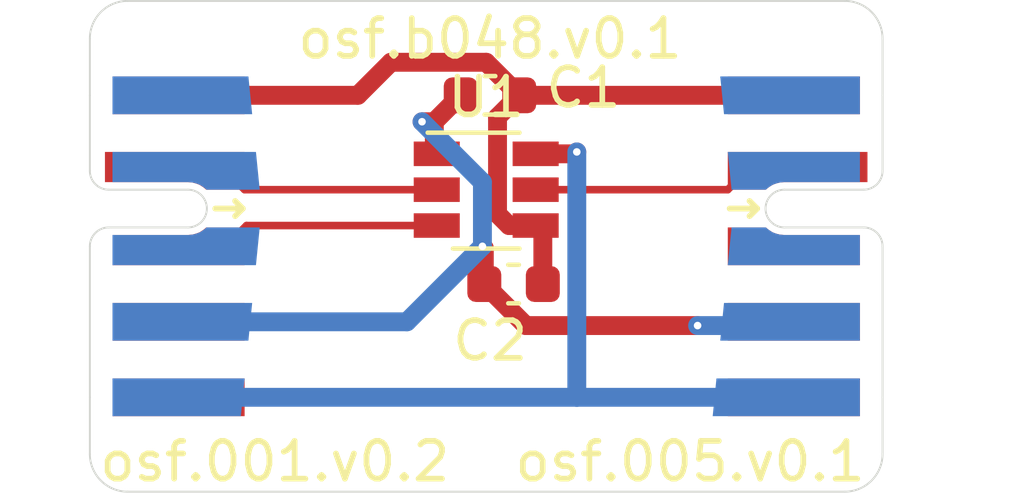
<source format=kicad_pcb>
(kicad_pcb (version 20171130) (host pcbnew "(5.1.9)-1")

  (general
    (thickness 1.6)
    (drawings 13)
    (tracks 40)
    (zones 0)
    (modules 5)
    (nets 7)
  )

  (page A4)
  (layers
    (0 F.Cu signal)
    (31 B.Cu signal)
    (32 B.Adhes user)
    (33 F.Adhes user)
    (34 B.Paste user)
    (35 F.Paste user)
    (36 B.SilkS user)
    (37 F.SilkS user)
    (38 B.Mask user)
    (39 F.Mask user)
    (40 Dwgs.User user)
    (41 Cmts.User user)
    (42 Eco1.User user)
    (43 Eco2.User user)
    (44 Edge.Cuts user)
    (45 Margin user)
    (46 B.CrtYd user)
    (47 F.CrtYd user)
    (48 B.Fab user)
    (49 F.Fab user)
  )

  (setup
    (last_trace_width 0.2)
    (user_trace_width 0.2)
    (user_trace_width 0.5)
    (trace_clearance 0.15)
    (zone_clearance 0.4)
    (zone_45_only no)
    (trace_min 0.15)
    (via_size 0.45)
    (via_drill 0.2)
    (via_min_size 0.45)
    (via_min_drill 0.2)
    (uvia_size 0.3)
    (uvia_drill 0.1)
    (uvias_allowed no)
    (uvia_min_size 0.2)
    (uvia_min_drill 0.1)
    (edge_width 0.05)
    (segment_width 0.2)
    (pcb_text_width 0.3)
    (pcb_text_size 1.5 1.5)
    (mod_edge_width 0.12)
    (mod_text_size 1 1)
    (mod_text_width 0.15)
    (pad_size 1.524 1.524)
    (pad_drill 0.762)
    (pad_to_mask_clearance 0.04)
    (solder_mask_min_width 0.1)
    (aux_axis_origin 0 0)
    (visible_elements 7FFFFFFF)
    (pcbplotparams
      (layerselection 0x010fc_ffffffff)
      (usegerberextensions false)
      (usegerberattributes false)
      (usegerberadvancedattributes false)
      (creategerberjobfile false)
      (excludeedgelayer true)
      (linewidth 0.100000)
      (plotframeref false)
      (viasonmask false)
      (mode 1)
      (useauxorigin false)
      (hpglpennumber 1)
      (hpglpenspeed 20)
      (hpglpendiameter 15.000000)
      (psnegative false)
      (psa4output false)
      (plotreference true)
      (plotvalue true)
      (plotinvisibletext false)
      (padsonsilk false)
      (subtractmaskfromsilk false)
      (outputformat 1)
      (mirror false)
      (drillshape 0)
      (scaleselection 1)
      (outputdirectory "gerber"))
  )

  (net 0 "")
  (net 1 GND)
  (net 2 +3V3)
  (net 3 +5V)
  (net 4 /bridge/SDA)
  (net 5 /bridge/SCL)
  (net 6 /bridge/1wire)

  (net_class Default "This is the default net class."
    (clearance 0.15)
    (trace_width 0.15)
    (via_dia 0.45)
    (via_drill 0.2)
    (uvia_dia 0.3)
    (uvia_drill 0.1)
    (add_net +3V3)
    (add_net +5V)
    (add_net /bridge/1wire)
    (add_net /bridge/SCL)
    (add_net /bridge/SDA)
    (add_net GND)
    (add_net "Net-(J2-Pad4)")
    (add_net "Net-(J2-Pad8)")
  )

  (module Package_TO_SOT_SMD:TSOT-23-6 (layer F.Cu) (tedit 5A02FF57) (tstamp 60A8117C)
    (at 87.5 79)
    (descr "6-pin TSOT23 package, http://cds.linear.com/docs/en/packaging/SOT_6_05-08-1636.pdf")
    (tags "TSOT-23-6 MK06A TSOT-6")
    (path /60A8884F/60A813E2)
    (attr smd)
    (fp_text reference U1 (at 0 -2.45) (layer F.SilkS)
      (effects (font (size 1 1) (thickness 0.15)))
    )
    (fp_text value DS2484R (at 0 2.5) (layer F.Fab)
      (effects (font (size 1 1) (thickness 0.15)))
    )
    (fp_text user %R (at 0 0 90) (layer F.Fab)
      (effects (font (size 0.5 0.5) (thickness 0.075)))
    )
    (fp_line (start -0.88 1.56) (end 0.88 1.56) (layer F.SilkS) (width 0.12))
    (fp_line (start 0.88 -1.51) (end -1.55 -1.51) (layer F.SilkS) (width 0.12))
    (fp_line (start -0.88 -1) (end -0.43 -1.45) (layer F.Fab) (width 0.1))
    (fp_line (start 0.88 -1.45) (end -0.43 -1.45) (layer F.Fab) (width 0.1))
    (fp_line (start -0.88 -1) (end -0.88 1.45) (layer F.Fab) (width 0.1))
    (fp_line (start 0.88 1.45) (end -0.88 1.45) (layer F.Fab) (width 0.1))
    (fp_line (start 0.88 -1.45) (end 0.88 1.45) (layer F.Fab) (width 0.1))
    (fp_line (start -2.17 -1.7) (end 2.17 -1.7) (layer F.CrtYd) (width 0.05))
    (fp_line (start -2.17 -1.7) (end -2.17 1.7) (layer F.CrtYd) (width 0.05))
    (fp_line (start 2.17 1.7) (end 2.17 -1.7) (layer F.CrtYd) (width 0.05))
    (fp_line (start 2.17 1.7) (end -2.17 1.7) (layer F.CrtYd) (width 0.05))
    (pad 6 smd rect (at 1.31 -0.95) (size 1.22 0.65) (layers F.Cu F.Paste F.Mask)
      (net 3 +5V))
    (pad 5 smd rect (at 1.31 0) (size 1.22 0.65) (layers F.Cu F.Paste F.Mask)
      (net 6 /bridge/1wire))
    (pad 4 smd rect (at 1.31 0.95) (size 1.22 0.65) (layers F.Cu F.Paste F.Mask)
      (net 1 GND))
    (pad 3 smd rect (at -1.31 0.95) (size 1.22 0.65) (layers F.Cu F.Paste F.Mask)
      (net 5 /bridge/SCL))
    (pad 2 smd rect (at -1.31 0) (size 1.22 0.65) (layers F.Cu F.Paste F.Mask)
      (net 4 /bridge/SDA))
    (pad 1 smd rect (at -1.31 -0.95) (size 1.22 0.65) (layers F.Cu F.Paste F.Mask)
      (net 2 +3V3))
    (model ${KISYS3DMOD}/Package_TO_SOT_SMD.3dshapes/TSOT-23-6.wrl
      (at (xyz 0 0 0))
      (scale (xyz 1 1 1))
      (rotate (xyz 0 0 0))
    )
  )

  (module on_edge:on_edge_2x05_device (layer F.Cu) (tedit 607DF540) (tstamp 60A853F3)
    (at 77 80.5 270)
    (path /60A85358)
    (attr virtual)
    (fp_text reference J2 (at 0 1.2 270 unlocked) (layer F.Fab)
      (effects (font (size 0.5 0.5) (thickness 0.05)))
    )
    (fp_text value 001_I2C (at 0 2 270 unlocked) (layer F.Fab)
      (effects (font (size 0.5 0.5) (thickness 0.05)))
    )
    (fp_line (start 5 0.5) (end 5 -5) (layer B.CrtYd) (width 0.05))
    (fp_line (start -5 0.5) (end 5 0.5) (layer B.CrtYd) (width 0.05))
    (fp_line (start -5 -5) (end -5 0.5) (layer B.CrtYd) (width 0.05))
    (fp_line (start 5 -5) (end -5 -5) (layer B.CrtYd) (width 0.05))
    (fp_line (start -5 0.5) (end -5 -5) (layer F.CrtYd) (width 0.05))
    (fp_line (start 5 0.5) (end -5 0.5) (layer F.CrtYd) (width 0.05))
    (fp_line (start 5 -5) (end 5 0.5) (layer F.CrtYd) (width 0.05))
    (fp_line (start -5 -5) (end 5 -5) (layer F.CrtYd) (width 0.05))
    (fp_line (start 0 0) (end 4 0) (layer Edge.Cuts) (width 0.05))
    (fp_line (start -4 0) (end -2 0) (layer Edge.Cuts) (width 0.05))
    (fp_line (start -1 -4.05) (end -1 -3.323) (layer F.SilkS) (width 0.153))
    (fp_line (start -1 -4.05) (end -0.8 -3.85) (layer F.SilkS) (width 0.153))
    (fp_line (start -1.2 -3.85) (end -1 -4.05) (layer F.SilkS) (width 0.153))
    (fp_line (start -0.5 -0.5) (end -0.5 -2.6) (layer Edge.Cuts) (width 0.05))
    (fp_line (start -1.5 -2.6) (end -1.5 -0.5) (layer Edge.Cuts) (width 0.05))
    (fp_arc (start -2 -0.5) (end -2 0) (angle -90) (layer Edge.Cuts) (width 0.05))
    (fp_arc (start 0 -0.5) (end -0.5 -0.5) (angle -90) (layer Edge.Cuts) (width 0.05))
    (fp_arc (start -1 -2.6) (end -0.5 -2.6) (angle -180) (layer Edge.Cuts) (width 0.05))
    (pad 2 smd custom (at -2 -3.6 270) (size 1 1) (layers F.Cu F.Mask)
      (net 4 /bridge/SDA) (zone_connect 0)
      (options (clearance outline) (anchor rect))
      (primitives
        (gr_poly (pts
           (xy 0.3 1) (xy 0.31 0.89) (xy 0.33 0.81) (xy 0.35 0.75) (xy 0.37 0.7)
           (xy 0.4 0.65) (xy 0.44 0.59) (xy 0.48 0.54) (xy 0.5 0.52) (xy 0.5 -0.5)
           (xy -0.5 -0.5) (xy -0.5 3.2) (xy 0.3 3.2)) (width 0))
      ))
    (pad 3 smd custom (at 0 -3.6 270) (size 1 1) (layers F.Cu F.Mask)
      (net 5 /bridge/SCL) (zone_connect 0)
      (options (clearance outline) (anchor rect))
      (primitives
        (gr_poly (pts
           (xy -0.3 1) (xy -0.31 0.89) (xy -0.33 0.81) (xy -0.35 0.75) (xy -0.37 0.7)
           (xy -0.4 0.65) (xy -0.44 0.59) (xy -0.48 0.54) (xy -0.5 0.52) (xy -0.5 -0.5)
           (xy 0.5 -0.5) (xy 0.5 3) (xy -0.3 3)) (width 0))
      ))
    (pad 8 smd custom (at 0 -2.1 270) (size 0.4 0.4) (layers B.Cu B.Mask)
      (zone_connect 0)
      (options (clearance outline) (anchor rect))
      (primitives
        (gr_poly (pts
           (xy -0.3 -0.51) (xy -0.31 -0.62) (xy -0.33 -0.7) (xy -0.35 -0.76) (xy -0.37 -0.81)
           (xy -0.4 -0.86) (xy -0.44 -0.92) (xy -0.48 -0.97) (xy -0.5 -0.99) (xy -0.5 -2.4)
           (xy 0.5 -2.3) (xy 0.5 1.5) (xy -0.3 1.5)) (width 0))
      ))
    (pad 7 smd custom (at -2 -2.1 270) (size 0.4 0.4) (layers B.Cu B.Mask)
      (zone_connect 0)
      (options (clearance outline) (anchor rect))
      (primitives
        (gr_poly (pts
           (xy 0.3 -0.51) (xy 0.31 -0.62) (xy 0.33 -0.7) (xy 0.35 -0.76) (xy 0.37 -0.81)
           (xy 0.4 -0.86) (xy 0.44 -0.92) (xy 0.48 -0.97) (xy 0.5 -0.99) (xy 0.5 -2.4)
           (xy -0.5 -2.3) (xy -0.5 1.5) (xy 0.3 1.5)) (width 0))
      ))
    (pad 10 smd custom (at 4 -2.3 270) (size 1 3.4) (layers B.Cu B.Mask)
      (net 3 +5V) (zone_connect 0)
      (options (clearance outline) (anchor rect))
      (primitives
        (gr_poly (pts
           (xy -0.5 -1.7) (xy -0.5 -1.8) (xy 0.5 -1.7)) (width 0))
      ))
    (pad 9 smd custom (at 2 -2.4 270) (size 1 3.6) (layers B.Cu B.Mask)
      (net 2 +3V3) (zone_connect 0)
      (options (clearance outline) (anchor rect))
      (primitives
        (gr_poly (pts
           (xy -0.5 -1.8) (xy -0.5 -1.9) (xy 0.5 -1.8)) (width 0))
      ))
    (pad 6 smd custom (at -4 -2.4 270) (size 1 3.6) (layers B.Cu B.Mask)
      (zone_connect 0)
      (options (clearance outline) (anchor rect))
      (primitives
        (gr_poly (pts
           (xy 0.5 -1.8) (xy 0.5 -1.9) (xy -0.5 -1.8)) (width 0))
      ))
    (pad 5 smd rect (at 4 -2.35 90) (size 1 3.5) (layers F.Cu F.Mask)
      (zone_connect 0))
    (pad 1 smd rect (at -4 -2.35 90) (size 1 3.5) (layers F.Cu F.Mask)
      (net 1 GND) (zone_connect 0))
    (pad 4 smd rect (at 2 -2.35 90) (size 1 3.5) (layers F.Cu F.Mask)
      (zone_connect 0))
  )

  (module on_edge:on_edge_2x05_host (layer F.Cu) (tedit 607DF692) (tstamp 60A853D3)
    (at 98 80.5 270)
    (path /60A80E5F)
    (attr virtual)
    (fp_text reference J1 (at 0.05 -3.2 180 unlocked) (layer F.Fab)
      (effects (font (size 0.5 0.5) (thickness 0.125)))
    )
    (fp_text value 005_1wire (at -1.2 -2 90) (layer F.Fab)
      (effects (font (size 1 1) (thickness 0.15)))
    )
    (fp_line (start -1 4.05) (end -1 3.323) (layer F.SilkS) (width 0.153))
    (fp_line (start -0.8 3.523) (end -1 3.323) (layer F.SilkS) (width 0.153))
    (fp_line (start -1 3.323) (end -1.2 3.523) (layer F.SilkS) (width 0.153))
    (fp_line (start -1.5 0.5) (end -1.5 2.6) (layer Edge.Cuts) (width 0.05))
    (fp_line (start -0.5 2.6) (end -0.5 0.5) (layer Edge.Cuts) (width 0.05))
    (fp_line (start -4 0) (end -2 0) (layer Edge.Cuts) (width 0.05))
    (fp_line (start 0 0) (end 4 0) (layer Edge.Cuts) (width 0.05))
    (fp_line (start -5 5) (end 5 5) (layer F.CrtYd) (width 0.05))
    (fp_line (start 5 5) (end 5 -0.5) (layer F.CrtYd) (width 0.05))
    (fp_line (start 5 -0.5) (end -5 -0.5) (layer F.CrtYd) (width 0.05))
    (fp_line (start -5 -0.5) (end -5 5) (layer F.CrtYd) (width 0.05))
    (fp_line (start 5 5) (end -5 5) (layer B.CrtYd) (width 0.05))
    (fp_line (start -5 5) (end -5 -0.5) (layer B.CrtYd) (width 0.05))
    (fp_line (start -5 -0.5) (end 5 -0.5) (layer B.CrtYd) (width 0.05))
    (fp_line (start 5 -0.5) (end 5 5) (layer B.CrtYd) (width 0.05))
    (fp_arc (start 0 0.5) (end 0 0) (angle -90) (layer Edge.Cuts) (width 0.05))
    (fp_arc (start -2 0.5) (end -1.5 0.5) (angle -90) (layer Edge.Cuts) (width 0.05))
    (fp_arc (start -1 2.6) (end -1.5 2.6) (angle -180) (layer Edge.Cuts) (width 0.05))
    (pad 2 smd custom (at -2 3.6 270) (size 1 1) (layers F.Cu F.Mask)
      (net 6 /bridge/1wire) (zone_connect 0)
      (options (clearance outline) (anchor rect))
      (primitives
        (gr_poly (pts
           (xy 0.3 -0.99) (xy 0.31 -0.88) (xy 0.33 -0.8) (xy 0.35 -0.74) (xy 0.37 -0.69)
           (xy 0.4 -0.64) (xy 0.44 -0.58) (xy 0.48 -0.53) (xy 0.5 -0.51) (xy 0.5 0.5)
           (xy -0.5 0.5) (xy -0.5 -3.2) (xy 0.3 -3.2)) (width 0))
      ))
    (pad 3 smd custom (at 0 3.6 270) (size 1 1) (layers F.Cu F.Mask)
      (zone_connect 0)
      (options (clearance outline) (anchor rect))
      (primitives
        (gr_poly (pts
           (xy -0.3 -0.99) (xy -0.31 -0.88) (xy -0.33 -0.8) (xy -0.35 -0.74) (xy -0.37 -0.69)
           (xy -0.4 -0.64) (xy -0.44 -0.58) (xy -0.48 -0.53) (xy -0.5 -0.51) (xy -0.5 0.5)
           (xy 0.5 0.5) (xy 0.5 -3) (xy -0.3 -3)) (width 0))
      ))
    (pad 8 smd custom (at 0 2.1 90) (size 0.4 0.4) (layers B.Cu B.Mask)
      (zone_connect 0)
      (options (clearance outline) (anchor rect))
      (primitives
        (gr_poly (pts
           (xy 0.3 -0.51) (xy 0.31 -0.62) (xy 0.33 -0.7) (xy 0.35 -0.76) (xy 0.37 -0.81)
           (xy 0.4 -0.86) (xy 0.44 -0.92) (xy 0.48 -0.97) (xy 0.5 -0.99) (xy 0.5 -1.9)
           (xy -0.5 -2) (xy -0.5 1.5) (xy 0.3 1.5)) (width 0))
      ))
    (pad 7 smd custom (at -2 2.1 90) (size 0.4 0.4) (layers B.Cu B.Mask)
      (zone_connect 0)
      (options (clearance outline) (anchor rect))
      (primitives
        (gr_poly (pts
           (xy -0.3 -0.51) (xy -0.31 -0.62) (xy -0.33 -0.7) (xy -0.35 -0.76) (xy -0.37 -0.81)
           (xy -0.4 -0.86) (xy -0.44 -0.92) (xy -0.48 -0.97) (xy -0.5 -0.99) (xy -0.5 -1.9)
           (xy 0.5 -2) (xy 0.5 1.5) (xy -0.3 1.5)) (width 0))
      ))
    (pad 4 smd rect (at 2 2.35 270) (size 1 3.5) (layers F.Cu F.Mask)
      (zone_connect 0))
    (pad 10 smd custom (at 4 2.5 90) (size 1 3.8) (layers B.Cu B.Mask)
      (net 3 +5V) (zone_connect 0)
      (options (clearance outline) (anchor rect))
      (primitives
        (gr_poly (pts
           (xy 0.5 -1.9) (xy -0.5 -2) (xy -0.5 -1.9)) (width 0))
      ))
    (pad 9 smd custom (at 2 2.4 90) (size 1 3.6) (layers B.Cu B.Mask)
      (net 2 +3V3) (zone_connect 0)
      (options (clearance outline) (anchor rect))
      (primitives
        (gr_poly (pts
           (xy 0.5 -1.8) (xy -0.5 -1.9) (xy -0.5 -1.8)) (width 0))
      ))
    (pad 6 smd custom (at -4 2.4 90) (size 1 3.6) (layers B.Cu B.Mask)
      (zone_connect 0)
      (options (clearance outline) (anchor rect))
      (primitives
        (gr_poly (pts
           (xy 0.5 -1.8) (xy 0.5 -1.9) (xy -0.5 -1.8)) (width 0))
      ))
    (pad 5 smd rect (at 4 2.35 270) (size 1 3.5) (layers F.Cu F.Mask)
      (zone_connect 0))
    (pad 1 smd rect (at -4 2.35 270) (size 1 3.5) (layers F.Cu F.Mask)
      (net 1 GND) (zone_connect 0))
  )

  (module Capacitor_SMD:C_0603_1608Metric (layer F.Cu) (tedit 5F68FEEE) (tstamp 60A853B3)
    (at 88.225 81.5)
    (descr "Capacitor SMD 0603 (1608 Metric), square (rectangular) end terminal, IPC_7351 nominal, (Body size source: IPC-SM-782 page 76, https://www.pcb-3d.com/wordpress/wp-content/uploads/ipc-sm-782a_amendment_1_and_2.pdf), generated with kicad-footprint-generator")
    (tags capacitor)
    (path /60A8884F/60A8ADEB)
    (attr smd)
    (fp_text reference C2 (at -0.62 1.5) (layer F.SilkS)
      (effects (font (size 1 1) (thickness 0.15)))
    )
    (fp_text value 1uF (at 0 1.43) (layer F.Fab)
      (effects (font (size 1 1) (thickness 0.15)))
    )
    (fp_line (start -0.8 0.4) (end -0.8 -0.4) (layer F.Fab) (width 0.1))
    (fp_line (start -0.8 -0.4) (end 0.8 -0.4) (layer F.Fab) (width 0.1))
    (fp_line (start 0.8 -0.4) (end 0.8 0.4) (layer F.Fab) (width 0.1))
    (fp_line (start 0.8 0.4) (end -0.8 0.4) (layer F.Fab) (width 0.1))
    (fp_line (start -0.14058 -0.51) (end 0.14058 -0.51) (layer F.SilkS) (width 0.12))
    (fp_line (start -0.14058 0.51) (end 0.14058 0.51) (layer F.SilkS) (width 0.12))
    (fp_line (start -1.48 0.73) (end -1.48 -0.73) (layer F.CrtYd) (width 0.05))
    (fp_line (start -1.48 -0.73) (end 1.48 -0.73) (layer F.CrtYd) (width 0.05))
    (fp_line (start 1.48 -0.73) (end 1.48 0.73) (layer F.CrtYd) (width 0.05))
    (fp_line (start 1.48 0.73) (end -1.48 0.73) (layer F.CrtYd) (width 0.05))
    (fp_text user %R (at 0 0) (layer F.Fab)
      (effects (font (size 0.4 0.4) (thickness 0.06)))
    )
    (pad 2 smd roundrect (at 0.775 0) (size 0.9 0.95) (layers F.Cu F.Paste F.Mask) (roundrect_rratio 0.25)
      (net 1 GND))
    (pad 1 smd roundrect (at -0.775 0) (size 0.9 0.95) (layers F.Cu F.Paste F.Mask) (roundrect_rratio 0.25)
      (net 2 +3V3))
    (model ${KISYS3DMOD}/Capacitor_SMD.3dshapes/C_0603_1608Metric.wrl
      (at (xyz 0 0 0))
      (scale (xyz 1 1 1))
      (rotate (xyz 0 0 0))
    )
  )

  (module Capacitor_SMD:C_0603_1608Metric (layer F.Cu) (tedit 5F68FEEE) (tstamp 60A86155)
    (at 87.6 76.5)
    (descr "Capacitor SMD 0603 (1608 Metric), square (rectangular) end terminal, IPC_7351 nominal, (Body size source: IPC-SM-782 page 76, https://www.pcb-3d.com/wordpress/wp-content/uploads/ipc-sm-782a_amendment_1_and_2.pdf), generated with kicad-footprint-generator")
    (tags capacitor)
    (path /60A8884F/60A8ADF8)
    (attr smd)
    (fp_text reference C1 (at 2.475 -0.2) (layer F.SilkS)
      (effects (font (size 1 1) (thickness 0.15)))
    )
    (fp_text value 1uF (at 0 1.43) (layer F.Fab)
      (effects (font (size 1 1) (thickness 0.15)))
    )
    (fp_line (start -0.8 0.4) (end -0.8 -0.4) (layer F.Fab) (width 0.1))
    (fp_line (start -0.8 -0.4) (end 0.8 -0.4) (layer F.Fab) (width 0.1))
    (fp_line (start 0.8 -0.4) (end 0.8 0.4) (layer F.Fab) (width 0.1))
    (fp_line (start 0.8 0.4) (end -0.8 0.4) (layer F.Fab) (width 0.1))
    (fp_line (start -0.14058 -0.51) (end 0.14058 -0.51) (layer F.SilkS) (width 0.12))
    (fp_line (start -0.14058 0.51) (end 0.14058 0.51) (layer F.SilkS) (width 0.12))
    (fp_line (start -1.48 0.73) (end -1.48 -0.73) (layer F.CrtYd) (width 0.05))
    (fp_line (start -1.48 -0.73) (end 1.48 -0.73) (layer F.CrtYd) (width 0.05))
    (fp_line (start 1.48 -0.73) (end 1.48 0.73) (layer F.CrtYd) (width 0.05))
    (fp_line (start 1.48 0.73) (end -1.48 0.73) (layer F.CrtYd) (width 0.05))
    (fp_text user %R (at 0 0) (layer F.Fab)
      (effects (font (size 0.4 0.4) (thickness 0.06)))
    )
    (pad 2 smd roundrect (at 0.775 0) (size 0.9 0.95) (layers F.Cu F.Paste F.Mask) (roundrect_rratio 0.25)
      (net 1 GND))
    (pad 1 smd roundrect (at -0.775 0) (size 0.9 0.95) (layers F.Cu F.Paste F.Mask) (roundrect_rratio 0.25)
      (net 2 +3V3))
    (model ${KISYS3DMOD}/Capacitor_SMD.3dshapes/C_0603_1608Metric.wrl
      (at (xyz 0 0 0))
      (scale (xyz 1 1 1))
      (rotate (xyz 0 0 0))
    )
  )

  (gr_text osf.001.v0.2 (at 81.9 86.2) (layer F.SilkS) (tstamp 60A86256)
    (effects (font (size 1 1) (thickness 0.15)))
  )
  (gr_text osf.005.v0.1 (at 92.9 86.2) (layer F.SilkS) (tstamp 60A86256)
    (effects (font (size 1 1) (thickness 0.15)))
  )
  (gr_text osf.b048.v0.1 (at 87.6 75) (layer F.SilkS)
    (effects (font (size 1 1) (thickness 0.15)))
  )
  (gr_line (start 77 86) (end 77 84.5) (layer Edge.Cuts) (width 0.05))
  (gr_line (start 98 76.5) (end 98 75) (layer Edge.Cuts) (width 0.05) (tstamp 6083D7CB))
  (gr_line (start 98 86) (end 98 84.5) (layer Edge.Cuts) (width 0.05))
  (gr_line (start 97 74) (end 78 74) (layer Edge.Cuts) (width 0.05) (tstamp 6083D74C))
  (gr_line (start 77 76.5) (end 77 75) (layer Edge.Cuts) (width 0.05) (tstamp 6083704E))
  (gr_line (start 97 87) (end 78 87) (layer Edge.Cuts) (width 0.05) (tstamp 6083704D))
  (gr_arc (start 78 86) (end 77 86) (angle -90) (layer Edge.Cuts) (width 0.05))
  (gr_arc (start 97 86) (end 97 87) (angle -90) (layer Edge.Cuts) (width 0.05))
  (gr_arc (start 78 75) (end 78 74) (angle -90) (layer Edge.Cuts) (width 0.05))
  (gr_arc (start 97 75) (end 98 75) (angle -90) (layer Edge.Cuts) (width 0.05))

  (segment (start 88.104998 79.95) (end 88.81 79.95) (width 0.5) (layer F.Cu) (net 1))
  (segment (start 87.799999 79.645001) (end 88.104998 79.95) (width 0.5) (layer F.Cu) (net 1))
  (segment (start 87.799999 77.075001) (end 87.799999 79.645001) (width 0.5) (layer F.Cu) (net 1))
  (segment (start 88.375 76.5) (end 87.799999 77.075001) (width 0.5) (layer F.Cu) (net 1))
  (segment (start 89 80.14) (end 88.81 79.95) (width 0.5) (layer F.Cu) (net 1))
  (segment (start 89 81.5) (end 89 80.14) (width 0.5) (layer F.Cu) (net 1))
  (segment (start 88.375 76.5) (end 95.65 76.5) (width 0.5) (layer F.Cu) (net 1))
  (segment (start 87.49999 75.62499) (end 84.97501 75.62499) (width 0.5) (layer F.Cu) (net 1))
  (segment (start 88.375 76.5) (end 87.49999 75.62499) (width 0.5) (layer F.Cu) (net 1))
  (segment (start 84.1 76.5) (end 79.35 76.5) (width 0.5) (layer F.Cu) (net 1))
  (segment (start 84.97501 75.62499) (end 84.1 76.5) (width 0.5) (layer F.Cu) (net 1))
  (via (at 87.4 80.5) (size 0.45) (drill 0.2) (layers F.Cu B.Cu) (net 2))
  (segment (start 87.45 80.55) (end 87.4 80.5) (width 0.5) (layer F.Cu) (net 2))
  (segment (start 87.45 81.5) (end 87.45 80.55) (width 0.5) (layer F.Cu) (net 2))
  (via (at 85.8 77.2) (size 0.45) (drill 0.2) (layers F.Cu B.Cu) (net 2))
  (segment (start 87.4 78.8) (end 85.8 77.2) (width 0.5) (layer B.Cu) (net 2))
  (segment (start 87.4 80.5) (end 87.4 78.8) (width 0.5) (layer B.Cu) (net 2))
  (segment (start 86.125 77.2) (end 86.825 76.5) (width 0.5) (layer F.Cu) (net 2))
  (segment (start 85.8 77.2) (end 86.125 77.2) (width 0.5) (layer F.Cu) (net 2))
  (segment (start 86.125 77.985) (end 86.19 78.05) (width 0.5) (layer F.Cu) (net 2))
  (segment (start 86.125 77.2) (end 86.125 77.985) (width 0.5) (layer F.Cu) (net 2))
  (segment (start 85.4 82.5) (end 87.4 80.5) (width 0.5) (layer B.Cu) (net 2))
  (segment (start 79.4 82.5) (end 85.4 82.5) (width 0.5) (layer B.Cu) (net 2))
  (via (at 93.1 82.6) (size 0.45) (drill 0.2) (layers F.Cu B.Cu) (net 2))
  (segment (start 88.55 82.6) (end 93.1 82.6) (width 0.5) (layer F.Cu) (net 2))
  (segment (start 87.45 81.5) (end 88.55 82.6) (width 0.5) (layer F.Cu) (net 2))
  (segment (start 95.5 82.6) (end 95.6 82.5) (width 0.5) (layer B.Cu) (net 2))
  (segment (start 93.1 82.6) (end 95.5 82.6) (width 0.5) (layer B.Cu) (net 2))
  (via (at 89.9 78) (size 0.45) (drill 0.2) (layers F.Cu B.Cu) (net 3))
  (segment (start 89.85 78.05) (end 89.9 78) (width 0.5) (layer F.Cu) (net 3))
  (segment (start 88.81 78.05) (end 89.85 78.05) (width 0.5) (layer F.Cu) (net 3))
  (segment (start 89.9 78) (end 89.9 84.5) (width 0.5) (layer B.Cu) (net 3))
  (segment (start 89.9 84.5) (end 95.5 84.5) (width 0.5) (layer B.Cu) (net 3))
  (segment (start 79.3 84.5) (end 89.9 84.5) (width 0.5) (layer B.Cu) (net 3))
  (segment (start 81.1 79) (end 86.19 79) (width 0.2) (layer F.Cu) (net 4))
  (segment (start 80.6 78.5) (end 81.1 79) (width 0.2) (layer F.Cu) (net 4))
  (segment (start 81.15 79.95) (end 80.6 80.5) (width 0.2) (layer F.Cu) (net 5))
  (segment (start 86.19 79.95) (end 81.15 79.95) (width 0.2) (layer F.Cu) (net 5))
  (segment (start 93.9 79) (end 94.4 78.5) (width 0.2) (layer F.Cu) (net 6))
  (segment (start 88.81 79) (end 93.9 79) (width 0.2) (layer F.Cu) (net 6))

)

</source>
